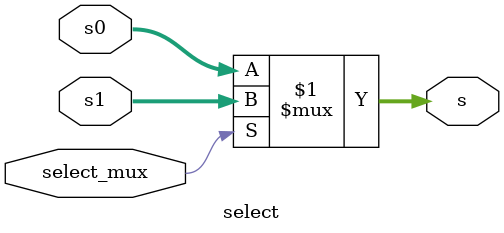
<source format=sv>


module select(
  input  logic [3:0]  s0,
  input  logic [3:0]  s1,
  input  logic       select_mux,
  output logic [3:0]  s);

assign s = select_mux ? s1 : s0; // If select_mux is 1, s = s1 else 
									               // if select_mux is 0 s = s0

endmodule

</source>
